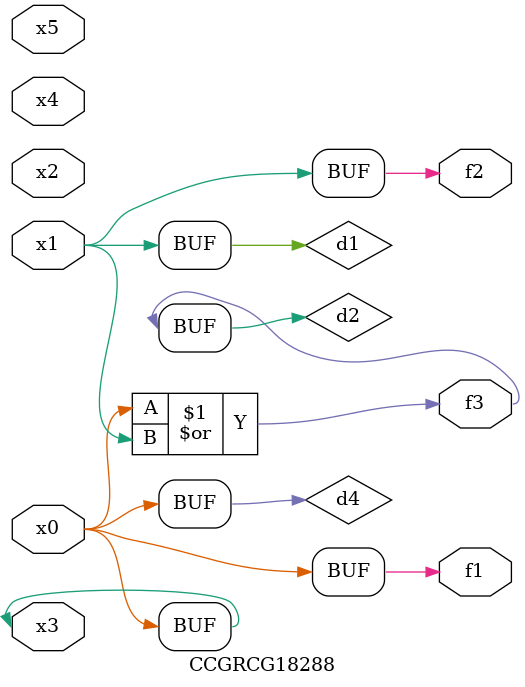
<source format=v>
module CCGRCG18288(
	input x0, x1, x2, x3, x4, x5,
	output f1, f2, f3
);

	wire d1, d2, d3, d4;

	and (d1, x1);
	or (d2, x0, x1);
	nand (d3, x0, x5);
	buf (d4, x0, x3);
	assign f1 = d4;
	assign f2 = d1;
	assign f3 = d2;
endmodule

</source>
